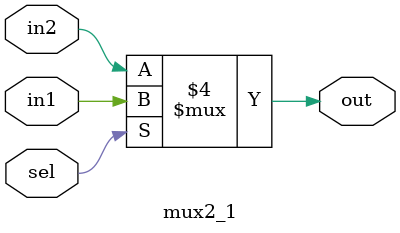
<source format=v>

module mux2_1
(
    input wire [0:0] in1,//输入信号1 如果不指定信号的类型，会默认为wire类型
    input wire       in2,//输入信号2
    input wire       sel,//输入选通信号
    
    output reg       out //always赋值的变量一定是reg类型，端口列表的最后一个信号不需要加逗号
);

always@(*) //*为通配符，等同于always(sel,in1,in2)
    if(sel==1'b1)
        out = in1;
    else
        out = in2;

endmodule

</source>
